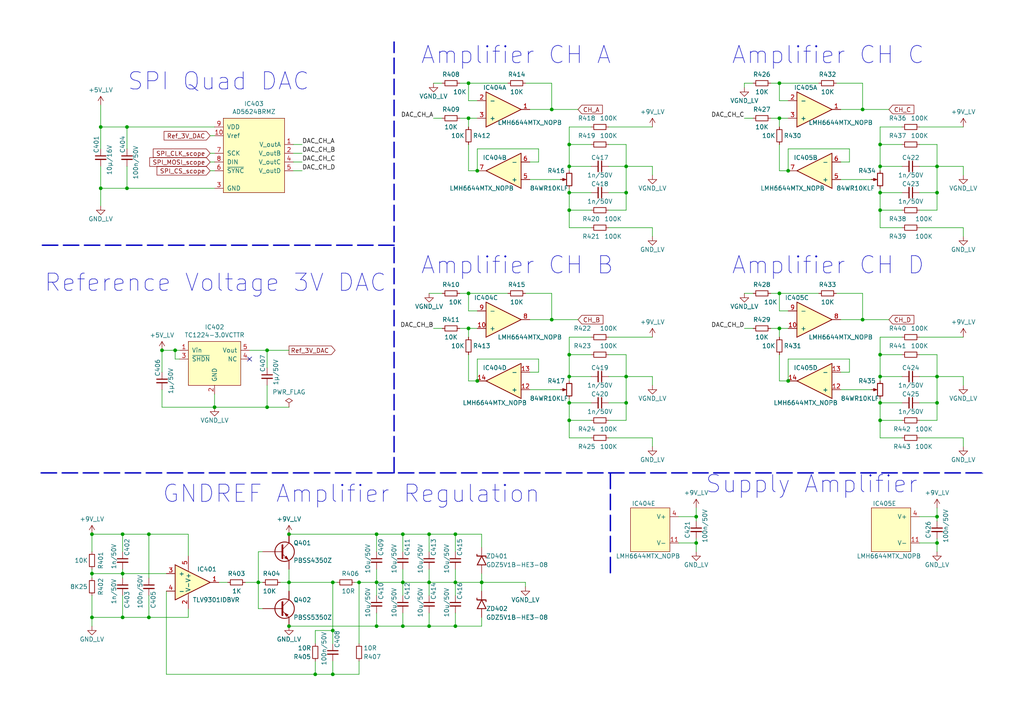
<source format=kicad_sch>
(kicad_sch (version 20211123) (generator eeschema)
  (paper "A4")
  (title_block (title "DAC") (rev "V0.1") (company "PADERBORN UNIVERSITY DEPARTMENT OF POWER ELECTRONICS AND ELECTRICAL DRIVES"))
  (junction (at 165.1 121.92))
  (junction (at 201.93 157.48))
  (junction (at 43.18 179.07))
  (junction (at 29.21 54.61))
  (junction (at 29.21 36.83))
  (junction (at 109.22 154.94))
  (junction (at 255.27 109.22))
  (junction (at 104.14 168.91))
  (junction (at 201.93 149.86))
  (junction (at 77.47 101.6))
  (junction (at 124.46 168.91))
  (junction (at 26.67 179.07))
  (junction (at 181.61 109.22))
  (junction (at 228.6 49.53))
  (junction (at 250.19 92.71))
  (junction (at 35.56 166.37))
  (junction (at 135.89 34.29))
  (junction (at 96.52 195.58))
  (junction (at 255.27 116.84))
  (junction (at 50.8 101.6))
  (junction (at 116.84 168.91))
  (junction (at 36.83 54.61))
  (junction (at 165.1 116.84))
  (junction (at 271.78 55.88))
  (junction (at 271.78 116.84))
  (junction (at 74.93 168.91))
  (junction (at 255.27 102.87))
  (junction (at 46.99 101.6))
  (junction (at 83.82 181.61))
  (junction (at 62.23 118.11))
  (junction (at 109.22 168.91))
  (junction (at 96.52 182.88))
  (junction (at 35.56 154.94))
  (junction (at 165.1 41.91))
  (junction (at 91.44 195.58))
  (junction (at 271.78 109.22))
  (junction (at 132.08 181.61))
  (junction (at 271.78 149.86))
  (junction (at 181.61 55.88))
  (junction (at 181.61 116.84))
  (junction (at 124.46 154.94))
  (junction (at 181.61 48.26))
  (junction (at 83.82 168.91))
  (junction (at 226.06 85.09))
  (junction (at 116.84 154.94))
  (junction (at 165.1 55.88))
  (junction (at 228.6 110.49))
  (junction (at 135.89 95.25))
  (junction (at 135.89 85.09))
  (junction (at 36.83 36.83))
  (junction (at 255.27 121.92))
  (junction (at 26.67 154.94))
  (junction (at 132.08 154.94))
  (junction (at 160.02 92.71))
  (junction (at 160.02 31.75))
  (junction (at 138.43 110.49))
  (junction (at 135.89 24.13))
  (junction (at 255.27 55.88))
  (junction (at 43.18 154.94))
  (junction (at 77.47 118.11))
  (junction (at 96.52 168.91))
  (junction (at 139.7 168.91))
  (junction (at 109.22 181.61))
  (junction (at 226.06 24.13))
  (junction (at 255.27 48.26))
  (junction (at 226.06 34.29))
  (junction (at 271.78 157.48))
  (junction (at 271.78 48.26))
  (junction (at 165.1 102.87))
  (junction (at 138.43 49.53))
  (junction (at 83.82 154.94))
  (junction (at 35.56 179.07))
  (junction (at 26.67 166.37))
  (junction (at 116.84 181.61))
  (junction (at 132.08 168.91))
  (junction (at 255.27 60.96))
  (junction (at 165.1 48.26))
  (junction (at 165.1 60.96))
  (junction (at 255.27 41.91))
  (junction (at 226.06 95.25))
  (junction (at 165.1 109.22))
  (junction (at 124.46 181.61))
  (junction (at 250.19 31.75))
  (no_connect (at 72.39 104.14))
  (wire (pts (xy 109.22 160.02) (xy 109.22 154.94)))
  (wire (pts (xy 271.78 116.84) (xy 271.78 121.92)))
  (wire (pts (xy 62.23 114.3) (xy 62.23 118.11)))
  (wire (pts (xy 35.56 165.1) (xy 35.56 166.37)))
  (wire (pts (xy 266.7 55.88) (xy 271.78 55.88)))
  (wire (pts (xy 255.27 60.96) (xy 255.27 66.04)))
  (wire (pts (xy 261.62 97.79) (xy 255.27 97.79)))
  (wire (pts (xy 181.61 60.96) (xy 176.53 60.96)))
  (wire (pts (xy 26.67 179.07) (xy 35.56 179.07)))
  (wire (pts (xy 181.61 41.91) (xy 181.61 48.26)))
  (wire (pts (xy 250.19 85.09) (xy 250.19 92.71)))
  (wire (pts (xy 132.08 168.91) (xy 139.7 168.91)))
  (wire (pts (xy 181.61 102.87) (xy 181.61 109.22)))
  (wire (pts (xy 246.38 46.99) (xy 246.38 43.18)))
  (wire (pts (xy 116.84 181.61) (xy 124.46 181.61)))
  (wire (pts (xy 201.93 149.86) (xy 201.93 147.32)))
  (wire (pts (xy 181.61 121.92) (xy 176.53 121.92)))
  (wire (pts (xy 271.78 109.22) (xy 279.4 109.22)))
  (wire (pts (xy 135.89 85.09) (xy 135.89 90.17)))
  (wire (pts (xy 52.07 104.14) (xy 50.8 104.14)))
  (wire (pts (xy 62.23 54.61) (xy 36.83 54.61)))
  (wire (pts (xy 266.7 157.48) (xy 271.78 157.48)))
  (polyline (pts (xy 11.938 137.16) (xy 284.988 137.16)) (stroke (width 0.4064)))
  (wire (pts (xy 255.27 36.83) (xy 255.27 41.91)))
  (wire (pts (xy 226.06 85.09) (xy 226.06 90.17)))
  (wire (pts (xy 139.7 168.91) (xy 139.7 171.45)))
  (wire (pts (xy 255.27 121.92) (xy 255.27 127)))
  (wire (pts (xy 242.57 24.13) (xy 250.19 24.13)))
  (wire (pts (xy 152.4 24.13) (xy 160.02 24.13)))
  (wire (pts (xy 165.1 60.96) (xy 165.1 66.04)))
  (wire (pts (xy 243.84 46.99) (xy 246.38 46.99)))
  (wire (pts (xy 189.23 127) (xy 189.23 129.54)))
  (wire (pts (xy 116.84 165.1) (xy 116.84 168.91)))
  (wire (pts (xy 189.23 109.22) (xy 189.23 111.76)))
  (wire (pts (xy 135.89 36.83) (xy 135.89 34.29)))
  (wire (pts (xy 165.1 55.88) (xy 165.1 60.96)))
  (wire (pts (xy 26.67 154.94) (xy 26.67 160.02)))
  (wire (pts (xy 35.56 154.94) (xy 26.67 154.94)))
  (wire (pts (xy 109.22 172.72) (xy 109.22 168.91)))
  (wire (pts (xy 139.7 181.61) (xy 139.7 179.07)))
  (wire (pts (xy 50.8 101.6) (xy 46.99 101.6)))
  (wire (pts (xy 165.1 66.04) (xy 171.45 66.04)))
  (wire (pts (xy 153.67 107.95) (xy 156.21 107.95)))
  (wire (pts (xy 176.53 55.88) (xy 181.61 55.88)))
  (wire (pts (xy 271.78 48.26) (xy 279.4 48.26)))
  (wire (pts (xy 255.27 110.49) (xy 255.27 109.22)))
  (wire (pts (xy 228.6 104.14) (xy 246.38 104.14)))
  (wire (pts (xy 223.52 95.25) (xy 226.06 95.25)))
  (wire (pts (xy 52.07 101.6) (xy 50.8 101.6)))
  (wire (pts (xy 266.7 48.26) (xy 271.78 48.26)))
  (wire (pts (xy 139.7 166.37) (xy 139.7 168.91)))
  (wire (pts (xy 228.6 49.53) (xy 228.6 43.18)))
  (wire (pts (xy 29.21 36.83) (xy 36.83 36.83)))
  (wire (pts (xy 255.27 55.88) (xy 261.62 55.88)))
  (wire (pts (xy 165.1 116.84) (xy 165.1 121.92)))
  (wire (pts (xy 215.9 24.13) (xy 218.44 24.13)))
  (wire (pts (xy 124.46 165.1) (xy 124.46 168.91)))
  (wire (pts (xy 189.23 48.26) (xy 189.23 50.8)))
  (wire (pts (xy 135.89 102.87) (xy 135.89 110.49)))
  (wire (pts (xy 26.67 179.07) (xy 26.67 181.61)))
  (wire (pts (xy 226.06 90.17) (xy 228.6 90.17)))
  (wire (pts (xy 116.84 168.91) (xy 124.46 168.91)))
  (wire (pts (xy 279.4 109.22) (xy 279.4 111.76)))
  (wire (pts (xy 226.06 41.91) (xy 226.06 49.53)))
  (wire (pts (xy 226.06 34.29) (xy 228.6 34.29)))
  (wire (pts (xy 271.78 157.48) (xy 271.78 160.02)))
  (polyline (pts (xy 177.038 137.16) (xy 177.292 137.16)))
  (wire (pts (xy 36.83 48.26) (xy 36.83 54.61)))
  (wire (pts (xy 26.67 166.37) (xy 26.67 167.64)))
  (wire (pts (xy 135.89 97.79) (xy 135.89 95.25)))
  (wire (pts (xy 132.08 165.1) (xy 132.08 168.91)))
  (wire (pts (xy 96.52 182.88) (xy 96.52 168.91)))
  (wire (pts (xy 196.85 149.86) (xy 201.93 149.86)))
  (wire (pts (xy 223.52 85.09) (xy 226.06 85.09)))
  (wire (pts (xy 91.44 186.69) (xy 91.44 182.88)))
  (wire (pts (xy 171.45 97.79) (xy 165.1 97.79)))
  (wire (pts (xy 135.89 29.21) (xy 138.43 29.21)))
  (wire (pts (xy 124.46 172.72) (xy 124.46 168.91)))
  (wire (pts (xy 29.21 48.26) (xy 29.21 54.61)))
  (wire (pts (xy 201.93 149.86) (xy 201.93 151.13)))
  (wire (pts (xy 226.06 24.13) (xy 237.49 24.13)))
  (wire (pts (xy 26.67 165.1) (xy 26.67 166.37)))
  (wire (pts (xy 215.9 24.13) (xy 215.9 25.4)))
  (wire (pts (xy 132.08 160.02) (xy 132.08 154.94)))
  (wire (pts (xy 36.83 43.18) (xy 36.83 36.83)))
  (wire (pts (xy 266.7 102.87) (xy 271.78 102.87)))
  (wire (pts (xy 132.08 154.94) (xy 139.7 154.94)))
  (wire (pts (xy 165.1 127) (xy 171.45 127)))
  (wire (pts (xy 104.14 191.77) (xy 104.14 195.58)))
  (wire (pts (xy 77.47 118.11) (xy 83.82 118.11)))
  (wire (pts (xy 226.06 97.79) (xy 226.06 95.25)))
  (wire (pts (xy 261.62 41.91) (xy 255.27 41.91)))
  (wire (pts (xy 271.78 60.96) (xy 266.7 60.96)))
  (wire (pts (xy 271.78 157.48) (xy 271.78 156.21)))
  (wire (pts (xy 81.28 168.91) (xy 83.82 168.91)))
  (wire (pts (xy 266.7 109.22) (xy 271.78 109.22)))
  (wire (pts (xy 62.23 44.45) (xy 60.96 44.45)))
  (wire (pts (xy 124.46 85.09) (xy 128.27 85.09)))
  (wire (pts (xy 165.1 54.61) (xy 165.1 55.88)))
  (wire (pts (xy 176.53 41.91) (xy 181.61 41.91)))
  (wire (pts (xy 124.46 160.02) (xy 124.46 154.94)))
  (wire (pts (xy 255.27 48.26) (xy 261.62 48.26)))
  (wire (pts (xy 133.35 34.29) (xy 135.89 34.29)))
  (wire (pts (xy 85.09 46.99) (xy 87.63 46.99)))
  (wire (pts (xy 74.93 160.02) (xy 74.93 168.91)))
  (wire (pts (xy 215.9 85.09) (xy 218.44 85.09)))
  (wire (pts (xy 139.7 154.94) (xy 139.7 158.75)))
  (wire (pts (xy 255.27 97.79) (xy 255.27 102.87)))
  (wire (pts (xy 124.46 177.8) (xy 124.46 181.61)))
  (wire (pts (xy 77.47 101.6) (xy 77.47 106.68)))
  (polyline (pts (xy 177.038 166.116) (xy 177.038 137.16)) (stroke (width 0.4064)))
  (wire (pts (xy 165.1 121.92) (xy 165.1 127)))
  (wire (pts (xy 181.61 48.26) (xy 189.23 48.26)))
  (wire (pts (xy 74.93 168.91) (xy 76.2 168.91)))
  (wire (pts (xy 223.52 24.13) (xy 226.06 24.13)))
  (wire (pts (xy 271.78 55.88) (xy 271.78 60.96)))
  (wire (pts (xy 176.53 48.26) (xy 181.61 48.26)))
  (wire (pts (xy 255.27 109.22) (xy 261.62 109.22)))
  (wire (pts (xy 96.52 195.58) (xy 104.14 195.58)))
  (wire (pts (xy 60.96 49.53) (xy 62.23 49.53)))
  (wire (pts (xy 153.67 113.03) (xy 162.56 113.03)))
  (wire (pts (xy 85.09 49.53) (xy 87.63 49.53)))
  (wire (pts (xy 77.47 111.76) (xy 77.47 118.11)))
  (wire (pts (xy 109.22 165.1) (xy 109.22 168.91)))
  (wire (pts (xy 54.61 179.07) (xy 54.61 176.53)))
  (wire (pts (xy 271.78 102.87) (xy 271.78 109.22)))
  (wire (pts (xy 165.1 55.88) (xy 171.45 55.88)))
  (wire (pts (xy 54.61 154.94) (xy 54.61 161.29)))
  (wire (pts (xy 76.2 160.02) (xy 74.93 160.02)))
  (wire (pts (xy 96.52 191.77) (xy 96.52 195.58)))
  (wire (pts (xy 135.89 34.29) (xy 138.43 34.29)))
  (wire (pts (xy 62.23 118.11) (xy 77.47 118.11)))
  (wire (pts (xy 46.99 118.11) (xy 62.23 118.11)))
  (wire (pts (xy 226.06 110.49) (xy 228.6 110.49)))
  (wire (pts (xy 181.61 55.88) (xy 181.61 60.96)))
  (wire (pts (xy 91.44 195.58) (xy 96.52 195.58)))
  (wire (pts (xy 135.89 95.25) (xy 138.43 95.25)))
  (wire (pts (xy 279.4 48.26) (xy 279.4 50.8)))
  (wire (pts (xy 135.89 90.17) (xy 138.43 90.17)))
  (wire (pts (xy 153.67 92.71) (xy 160.02 92.71)))
  (wire (pts (xy 153.67 31.75) (xy 160.02 31.75)))
  (wire (pts (xy 104.14 186.69) (xy 104.14 168.91)))
  (wire (pts (xy 50.8 104.14) (xy 50.8 101.6)))
  (wire (pts (xy 165.1 110.49) (xy 165.1 109.22)))
  (wire (pts (xy 132.08 181.61) (xy 139.7 181.61)))
  (wire (pts (xy 135.89 85.09) (xy 147.32 85.09)))
  (wire (pts (xy 91.44 195.58) (xy 48.26 195.58)))
  (wire (pts (xy 63.5 168.91) (xy 66.04 168.91)))
  (wire (pts (xy 271.78 149.86) (xy 271.78 151.13)))
  (wire (pts (xy 128.27 34.29) (xy 125.73 34.29)))
  (wire (pts (xy 156.21 107.95) (xy 156.21 104.14)))
  (wire (pts (xy 196.85 157.48) (xy 201.93 157.48)))
  (wire (pts (xy 266.7 116.84) (xy 271.78 116.84)))
  (wire (pts (xy 97.79 168.91) (xy 96.52 168.91)))
  (wire (pts (xy 104.14 168.91) (xy 102.87 168.91)))
  (wire (pts (xy 171.45 41.91) (xy 165.1 41.91)))
  (wire (pts (xy 135.89 49.53) (xy 138.43 49.53)))
  (wire (pts (xy 83.82 168.91) (xy 83.82 165.1)))
  (wire (pts (xy 124.46 154.94) (xy 132.08 154.94)))
  (wire (pts (xy 29.21 36.83) (xy 29.21 43.18)))
  (wire (pts (xy 271.78 121.92) (xy 266.7 121.92)))
  (wire (pts (xy 266.7 97.79) (xy 279.4 97.79)))
  (wire (pts (xy 271.78 41.91) (xy 271.78 48.26)))
  (wire (pts (xy 128.27 95.25) (xy 125.73 95.25)))
  (wire (pts (xy 109.22 177.8) (xy 109.22 181.61)))
  (wire (pts (xy 226.06 102.87) (xy 226.06 110.49)))
  (wire (pts (xy 266.7 41.91) (xy 271.78 41.91)))
  (wire (pts (xy 135.89 41.91) (xy 135.89 49.53)))
  (wire (pts (xy 116.84 177.8) (xy 116.84 181.61)))
  (wire (pts (xy 36.83 54.61) (xy 29.21 54.61)))
  (wire (pts (xy 255.27 115.57) (xy 255.27 116.84)))
  (wire (pts (xy 153.67 52.07) (xy 162.56 52.07)))
  (wire (pts (xy 218.44 34.29) (xy 215.9 34.29)))
  (wire (pts (xy 72.39 101.6) (xy 77.47 101.6)))
  (wire (pts (xy 133.35 85.09) (xy 135.89 85.09)))
  (wire (pts (xy 83.82 168.91) (xy 83.82 171.45)))
  (wire (pts (xy 261.62 121.92) (xy 255.27 121.92)))
  (wire (pts (xy 181.61 109.22) (xy 189.23 109.22)))
  (wire (pts (xy 176.53 36.83) (xy 189.23 36.83)))
  (wire (pts (xy 165.1 41.91) (xy 165.1 48.26)))
  (wire (pts (xy 250.19 24.13) (xy 250.19 31.75)))
  (wire (pts (xy 71.12 168.91) (xy 74.93 168.91)))
  (wire (pts (xy 152.4 85.09) (xy 160.02 85.09)))
  (wire (pts (xy 255.27 116.84) (xy 255.27 121.92)))
  (wire (pts (xy 201.93 157.48) (xy 201.93 156.21)))
  (wire (pts (xy 124.46 181.61) (xy 132.08 181.61)))
  (wire (pts (xy 116.84 160.02) (xy 116.84 154.94)))
  (wire (pts (xy 243.84 92.71) (xy 250.19 92.71)))
  (wire (pts (xy 228.6 43.18) (xy 246.38 43.18)))
  (wire (pts (xy 255.27 55.88) (xy 255.27 60.96)))
  (wire (pts (xy 152.4 168.91) (xy 152.4 170.18)))
  (wire (pts (xy 135.89 24.13) (xy 135.89 29.21)))
  (wire (pts (xy 243.84 113.03) (xy 252.73 113.03)))
  (wire (pts (xy 255.27 41.91) (xy 255.27 48.26)))
  (wire (pts (xy 85.09 44.45) (xy 87.63 44.45)))
  (wire (pts (xy 104.14 168.91) (xy 109.22 168.91)))
  (wire (pts (xy 43.18 172.72) (xy 43.18 179.07)))
  (wire (pts (xy 271.78 109.22) (xy 271.78 116.84)))
  (wire (pts (xy 43.18 154.94) (xy 43.18 167.64)))
  (wire (pts (xy 43.18 154.94) (xy 35.56 154.94)))
  (wire (pts (xy 36.83 36.83) (xy 62.23 36.83)))
  (wire (pts (xy 135.89 24.13) (xy 147.32 24.13)))
  (wire (pts (xy 279.4 66.04) (xy 279.4 68.58)))
  (wire (pts (xy 133.35 24.13) (xy 135.89 24.13)))
  (wire (pts (xy 255.27 66.04) (xy 261.62 66.04)))
  (wire (pts (xy 261.62 102.87) (xy 255.27 102.87)))
  (wire (pts (xy 165.1 49.53) (xy 165.1 48.26)))
  (wire (pts (xy 266.7 36.83) (xy 279.4 36.83)))
  (wire (pts (xy 255.27 49.53) (xy 255.27 48.26)))
  (wire (pts (xy 181.61 116.84) (xy 181.61 121.92)))
  (wire (pts (xy 250.19 31.75) (xy 257.81 31.75)))
  (wire (pts (xy 77.47 101.6) (xy 83.82 101.6)))
  (wire (pts (xy 271.78 48.26) (xy 271.78 55.88)))
  (wire (pts (xy 226.06 24.13) (xy 226.06 29.21)))
  (wire (pts (xy 83.82 168.91) (xy 96.52 168.91)))
  (wire (pts (xy 43.18 179.07) (xy 54.61 179.07)))
  (wire (pts (xy 156.21 46.99) (xy 156.21 43.18)))
  (wire (pts (xy 261.62 36.83) (xy 255.27 36.83)))
  (wire (pts (xy 171.45 121.92) (xy 165.1 121.92)))
  (wire (pts (xy 226.06 29.21) (xy 228.6 29.21)))
  (wire (pts (xy 165.1 36.83) (xy 165.1 41.91)))
  (wire (pts (xy 26.67 166.37) (xy 35.56 166.37)))
  (wire (pts (xy 96.52 186.69) (xy 96.52 182.88)))
  (polyline (pts (xy 114.3 137.16) (xy 114.3 12.192)) (stroke (width 0.4064)))
  (wire (pts (xy 181.61 109.22) (xy 181.61 116.84)))
  (wire (pts (xy 228.6 110.49) (xy 228.6 104.14)))
  (wire (pts (xy 160.02 85.09) (xy 160.02 92.71)))
  (wire (pts (xy 255.27 54.61) (xy 255.27 55.88)))
  (wire (pts (xy 243.84 52.07) (xy 252.73 52.07)))
  (wire (pts (xy 181.61 48.26) (xy 181.61 55.88)))
  (wire (pts (xy 266.7 149.86) (xy 271.78 149.86)))
  (wire (pts (xy 171.45 60.96) (xy 165.1 60.96)))
  (wire (pts (xy 201.93 157.48) (xy 201.93 160.02)))
  (wire (pts (xy 35.56 179.07) (xy 43.18 179.07)))
  (wire (pts (xy 116.84 172.72) (xy 116.84 168.91)))
  (wire (pts (xy 35.56 167.64) (xy 35.56 166.37)))
  (wire (pts (xy 138.43 104.14) (xy 156.21 104.14)))
  (wire (pts (xy 132.08 168.91) (xy 132.08 172.72)))
  (wire (pts (xy 165.1 109.22) (xy 171.45 109.22)))
  (wire (pts (xy 35.56 166.37) (xy 48.26 166.37)))
  (wire (pts (xy 138.43 43.18) (xy 156.21 43.18)))
  (wire (pts (xy 54.61 154.94) (xy 43.18 154.94)))
  (wire (pts (xy 109.22 168.91) (xy 116.84 168.91)))
  (wire (pts (xy 176.53 116.84) (xy 181.61 116.84)))
  (wire (pts (xy 242.57 85.09) (xy 250.19 85.09)))
  (wire (pts (xy 35.56 172.72) (xy 35.56 179.07)))
  (wire (pts (xy 266.7 66.04) (xy 279.4 66.04)))
  (wire (pts (xy 255.27 116.84) (xy 261.62 116.84)))
  (wire (pts (xy 133.35 95.25) (xy 135.89 95.25)))
  (wire (pts (xy 83.82 154.94) (xy 109.22 154.94)))
  (wire (pts (xy 176.53 127) (xy 189.23 127)))
  (wire (pts (xy 176.53 97.79) (xy 189.23 97.79)))
  (wire (pts (xy 171.45 36.83) (xy 165.1 36.83)))
  (wire (pts (xy 29.21 54.61) (xy 29.21 59.69)))
  (wire (pts (xy 246.38 107.95) (xy 246.38 104.14)))
  (wire (pts (xy 160.02 92.71) (xy 167.64 92.71)))
  (wire (pts (xy 46.99 113.03) (xy 46.99 118.11)))
  (wire (pts (xy 138.43 49.53) (xy 138.43 43.18)))
  (wire (pts (xy 26.67 172.72) (xy 26.67 179.07)))
  (wire (pts (xy 125.73 24.13) (xy 128.27 24.13)))
  (polyline (pts (xy 114.3 71.12) (xy 12.192 71.12)) (stroke (width 0.4064)))
  (wire (pts (xy 279.4 127) (xy 279.4 129.54)))
  (wire (pts (xy 250.19 92.71) (xy 257.81 92.71)))
  (wire (pts (xy 160.02 24.13) (xy 160.02 31.75)))
  (wire (pts (xy 243.84 31.75) (xy 250.19 31.75)))
  (wire (pts (xy 138.43 110.49) (xy 138.43 104.14)))
  (wire (pts (xy 176.53 102.87) (xy 181.61 102.87)))
  (wire (pts (xy 226.06 85.09) (xy 237.49 85.09)))
  (wire (pts (xy 135.89 110.49) (xy 138.43 110.49)))
  (wire (pts (xy 171.45 102.87) (xy 165.1 102.87)))
  (wire (pts (xy 46.99 107.95) (xy 46.99 101.6)))
  (wire (pts (xy 35.56 154.94) (xy 35.56 160.02)))
  (wire (pts (xy 116.84 154.94) (xy 124.46 154.94)))
  (wire (pts (xy 176.53 109.22) (xy 181.61 109.22)))
  (wire (pts (xy 60.96 46.99) (xy 62.23 46.99)))
  (wire (pts (xy 109.22 181.61) (xy 116.84 181.61)))
  (wire (pts (xy 223.52 34.29) (xy 226.06 34.29)))
  (wire (pts (xy 124.46 168.91) (xy 132.08 168.91)))
  (wire (pts (xy 74.93 176.53) (xy 76.2 176.53)))
  (wire (pts (xy 165.1 115.57) (xy 165.1 116.84)))
  (wire (pts (xy 60.96 39.37) (xy 62.23 39.37)))
  (wire (pts (xy 160.02 31.75) (xy 167.64 31.75)))
  (wire (pts (xy 91.44 191.77) (xy 91.44 195.58)))
  (wire (pts (xy 266.7 127) (xy 279.4 127)))
  (wire (pts (xy 48.26 195.58) (xy 48.26 171.45)))
  (polyline (pts (xy 284.988 137.16) (xy 284.988 137.414)))
  (wire (pts (xy 226.06 95.25) (xy 228.6 95.25)))
  (wire (pts (xy 189.23 66.04) (xy 189.23 68.58)))
  (wire (pts (xy 109.22 154.94) (xy 116.84 154.94)))
  (wire (pts (xy 83.82 181.61) (xy 109.22 181.61)))
  (wire (pts (xy 153.67 46.99) (xy 156.21 46.99)))
  (wire (pts (xy 165.1 48.26) (xy 171.45 48.26)))
  (wire (pts (xy 218.44 95.25) (xy 215.9 95.25)))
  (wire (pts (xy 132.08 181.61) (xy 132.08 177.8)))
  (wire (pts (xy 243.84 107.95) (xy 246.38 107.95)))
  (wire (pts (xy 29.21 30.48) (xy 29.21 36.83)))
  (wire (pts (xy 91.44 182.88) (xy 96.52 182.88)))
  (wire (pts (xy 85.09 41.91) (xy 87.63 41.91)))
  (wire (pts (xy 271.78 149.86) (xy 271.78 147.32)))
  (wire (pts (xy 226.06 36.83) (xy 226.06 34.29)))
  (wire (pts (xy 139.7 168.91) (xy 152.4 168.91)))
  (wire (pts (xy 176.53 66.04) (xy 189.23 66.04)))
  (wire (pts (xy 261.62 60.96) (xy 255.27 60.96)))
  (wire (pts (xy 165.1 102.87) (xy 165.1 109.22)))
  (wire (pts (xy 165.1 116.84) (xy 171.45 116.84)))
  (wire (pts (xy 255.27 102.87) (xy 255.27 109.22)))
  (wire (pts (xy 255.27 127) (xy 261.62 127)))
  (wire (pts (xy 165.1 97.79) (xy 165.1 102.87)))
  (wire (pts (xy 226.06 49.53) (xy 228.6 49.53)))
  (wire (pts (xy 74.93 168.91) (xy 74.93 176.53)))
  (text "Amplifier CH A\n" (at 121.92 19.05 0) (effects (font (size 5.0038 5.0038)) (justify left bottom)))
  (text "Supply Amplifier" (at 204.47 143.51 0) (effects (font (size 5.0038 5.0038)) (justify left bottom)))
  (text "GNDREF Amplifier Regulation" (at 46.99 146.304 0) (effects (font (size 5.0038 5.0038)) (justify left bottom)))
  (text "Reference Voltage 3V DAC\n" (at 12.7 85.09 0) (effects (font (size 5.0038 5.0038)) (justify left bottom)))
  (text "Amplifier CH B\n" (at 121.92 80.01 0) (effects (font (size 5.0038 5.0038)) (justify left bottom)))
  (text "Amplifier CH D" (at 212.09 80.01 0) (effects (font (size 5.0038 5.0038)) (justify left bottom)))
  (text "SPI Quad DAC\n" (at 36.83 26.67 0) (effects (font (size 5.0038 5.0038)) (justify left bottom)))
  (text "Amplifier CH C" (at 212.09 19.05 0) (effects (font (size 5.0038 5.0038)) (justify left bottom)))
  (label "DAC_CH_D" (at 87.63 49.53 0))
  (label "DAC_CH_C" (at 215.9 34.29 180))
  (label "DAC_CH_C" (at 87.63 46.99 0))
  (label "DAC_CH_A" (at 87.63 41.91 0))
  (label "DAC_CH_B" (at 125.73 95.25 180))
  (label "DAC_CH_A" (at 125.73 34.29 180))
  (label "DAC_CH_B" (at 87.63 44.45 0))
  (label "DAC_CH_D" (at 215.9 95.25 180))
  (global_label "CH_C" (shape input) (at 257.81 31.75 0) (property "Intersheet References" "${INTERSHEET_REFS}" (effects hide)))
  (global_label "Ref_3V_DAC" (shape input) (at 60.96 39.37 180) (property "Intersheet References" "${INTERSHEET_REFS}" (effects hide)))
  (global_label "Ref_3V_DAC" (shape output) (at 83.82 101.6 0) (property "Intersheet References" "${INTERSHEET_REFS}" (effects hide)))
  (global_label "CH_A" (shape input) (at 167.64 31.75 0) (property "Intersheet References" "${INTERSHEET_REFS}" (effects hide)))
  (global_label "CH_D" (shape input) (at 257.81 92.71 0) (property "Intersheet References" "${INTERSHEET_REFS}" (effects hide)))
  (global_label "SPI_CLK_scope" (shape input) (at 60.96 44.45 180) (property "Intersheet References" "${INTERSHEET_REFS}" (effects hide)))
  (global_label "CH_B" (shape input) (at 167.64 92.71 0) (property "Intersheet References" "${INTERSHEET_REFS}" (effects hide)))
  (global_label "SPI_MOSI_scope" (shape input) (at 60.96 46.99 180) (property "Intersheet References" "${INTERSHEET_REFS}" (effects hide)))
  (global_label "SPI_CS_scope" (shape input) (at 60.96 49.53 180) (property "Intersheet References" "${INTERSHEET_REFS}" (effects hide)))
  (symbol (lib_id "Device:C_Small") (at 77.47 109.22 0) (unit 1)
    (property "Reference" "C407" (at 76.2 107.95 90) (effects (justify left)))
    (property "Value" "1µ/50V" (at 80.01 111.76 90) (effects (justify left)))
    (property "Footprint" "LEA_FootprintLibrary:C_0402" (effects hide))
  )
  (symbol (lib_id "Device:C_Small") (at 36.83 45.72 0) (unit 1)
    (property "Reference" "C404" (at 35.56 44.45 90) (effects (justify left)))
    (property "Value" "100n/50V" (at 39.37 52.07 90) (effects (justify left)))
    (property "Footprint" "LEA_FootprintLibrary:C_0402" (effects hide))
  )
  (symbol (lib_id "Device:C_Small") (at 29.21 45.72 0) (unit 1)
    (property "Reference" "C401" (at 27.94 44.45 90) (effects (justify left)))
    (property "Value" "10µ/16V" (at 31.75 50.8 90) (effects (justify left)))
    (property "Footprint" "LEA_FootprintLibrary:C_0402" (effects hide))
  )
  (symbol (lib_id "Device:C_Small") (at 46.99 110.49 0) (unit 1)
    (property "Reference" "C406" (at 45.72 109.22 90) (effects (justify left)))
    (property "Value" "1µ/50V" (at 49.53 114.3 90) (effects (justify left)))
    (property "Footprint" "LEA_FootprintLibrary:C_0402" (effects hide))
  )
  (symbol (lib_id "Device:R_Small") (at 26.67 162.56 0) (unit 1)
    (property "Reference" "R401" (at 29.21 165.1 90) (effects (justify left)))
    (property "Value" "10K" (at 21.59 162.56 0) (effects (justify left)))
    (property "Footprint" "LEA_FootprintLibrary:R_0402" (effects hide))
  )
  (symbol (lib_id "Device:R_Small") (at 26.67 170.18 0) (unit 1)
    (property "Reference" "R402" (at 29.21 172.72 90) (effects (justify left)))
    (property "Value" "8K25" (at 20.32 170.18 0) (effects (justify left)))
    (property "Footprint" "LEA_FootprintLibrary:R_0402" (effects hide))
  )
  (symbol (lib_id "Device:C_Small") (at 35.56 162.56 0) (unit 1)
    (property "Reference" "C402" (at 36.83 161.29 90) (effects (justify left)))
    (property "Value" "1n/50V" (at 33.02 165.1 90) (effects (justify left)))
    (property "Footprint" "LEA_FootprintLibrary:C_0402" (effects hide))
  )
  (symbol (lib_id "Device:C_Small") (at 35.56 170.18 0) (unit 1)
    (property "Reference" "C403" (at 36.83 176.53 90) (effects (justify left)))
    (property "Value" "1n/50V" (at 33.02 175.26 90) (effects (justify left)))
    (property "Footprint" "LEA_FootprintLibrary:C_0402" (effects hide))
  )
  (symbol (lib_id "Device:R_Small") (at 68.58 168.91 270) (unit 1)
    (property "Reference" "R403" (at 66.04 166.37 90) (effects (justify left)))
    (property "Value" "1K" (at 67.31 171.45 90) (effects (justify left)))
    (property "Footprint" "LEA_FootprintLibrary:R_0402" (effects hide))
  )
  (symbol (lib_id "Device:C_Small") (at 43.18 170.18 0) (unit 1)
    (property "Reference" "C405" (at 44.45 176.53 90) (effects (justify left)))
    (property "Value" "100n/50V" (at 40.64 176.53 90) (effects (justify left)))
    (property "Footprint" "LEA_FootprintLibrary:C_0402" (effects hide))
  )
  (symbol (lib_id "Device:R_Small") (at 78.74 168.91 270) (unit 1)
    (property "Reference" "R404" (at 76.2 166.37 90) (effects (justify left)))
    (property "Value" "10K" (at 76.2 171.45 90) (effects (justify left)))
    (property "Footprint" "LEA_FootprintLibrary:R_0402" (effects hide))
  )
  (symbol (lib_id "Device:R_Small") (at 100.33 168.91 270) (unit 1)
    (property "Reference" "R406" (at 99.06 166.37 90) (effects (justify left)))
    (property "Value" "10R" (at 99.06 171.45 90) (effects (justify left)))
    (property "Footprint" "LEA_FootprintLibrary:R_0402" (effects hide))
  )
  (symbol (lib_id "Device:R_Small") (at 91.44 189.23 0) (unit 1)
    (property "Reference" "R405" (at 85.09 190.5 0) (effects (justify left)))
    (property "Value" "10R" (at 86.36 187.96 0) (effects (justify left)))
    (property "Footprint" "LEA_FootprintLibrary:R_0402" (effects hide))
  )
  (symbol (lib_id "Device:R_Small") (at 104.14 189.23 0) (unit 1)
    (property "Reference" "R407" (at 105.41 190.5 0) (effects (justify left)))
    (property "Value" "10R" (at 105.41 187.96 0) (effects (justify left)))
    (property "Footprint" "LEA_FootprintLibrary:R_0402" (effects hide))
  )
  (symbol (lib_id "Device:C_Small") (at 96.52 189.23 0) (unit 1)
    (property "Reference" "C408" (at 97.79 187.96 90) (effects (justify left)))
    (property "Value" "100n/50V" (at 93.98 193.04 90) (effects (justify left)))
    (property "Footprint" "LEA_FootprintLibrary:C_0402" (effects hide))
  )
  (symbol (lib_id "Device:C_Small") (at 109.22 175.26 0) (unit 1)
    (property "Reference" "C410" (at 110.49 173.99 90) (effects (justify left)))
    (property "Value" "10u/50V" (at 106.68 179.07 90) (effects (justify left)))
    (property "Footprint" "LEA_FootprintLibrary:C_0402" (effects hide))
  )
  (symbol (lib_id "Device:C_Small") (at 116.84 175.26 0) (unit 1)
    (property "Reference" "C412" (at 118.11 173.99 90) (effects (justify left)))
    (property "Value" "10u/50V" (at 114.3 179.07 90) (effects (justify left)))
    (property "Footprint" "LEA_FootprintLibrary:C_0402" (effects hide))
  )
  (symbol (lib_id "Device:C_Small") (at 124.46 175.26 0) (unit 1)
    (property "Reference" "C414" (at 125.73 173.99 90) (effects (justify left)))
    (property "Value" "10u/50V" (at 121.92 179.07 90) (effects (justify left)))
    (property "Footprint" "LEA_FootprintLibrary:C_0402" (effects hide))
  )
  (symbol (lib_id "Device:C_Small") (at 132.08 175.26 0) (unit 1)
    (property "Reference" "C416" (at 133.35 173.99 90) (effects (justify left)))
    (property "Value" "10u/50V" (at 129.54 179.07 90) (effects (justify left)))
    (property "Footprint" "LEA_FootprintLibrary:C_0402" (effects hide))
  )
  (symbol (lib_id "Device:C_Small") (at 109.22 162.56 0) (unit 1)
    (property "Reference" "C409" (at 110.49 161.29 90) (effects (justify left)))
    (property "Value" "10u/50V" (at 106.68 166.37 90) (effects (justify left)))
    (property "Footprint" "LEA_FootprintLibrary:C_0402" (effects hide))
  )
  (symbol (lib_id "Device:C_Small") (at 116.84 162.56 0) (unit 1)
    (property "Reference" "C411" (at 118.11 161.29 90) (effects (justify left)))
    (property "Value" "10u/50V" (at 114.3 166.37 90) (effects (justify left)))
    (property "Footprint" "LEA_FootprintLibrary:C_0402" (effects hide))
  )
  (symbol (lib_id "Device:C_Small") (at 124.46 162.56 0) (unit 1)
    (property "Reference" "C413" (at 125.73 161.29 90) (effects (justify left)))
    (property "Value" "10u/50V" (at 121.92 166.37 90) (effects (justify left)))
    (property "Footprint" "LEA_FootprintLibrary:C_0402" (effects hide))
  )
  (symbol (lib_id "Device:C_Small") (at 132.08 162.56 0) (unit 1)
    (property "Reference" "C415" (at 133.35 161.29 90) (effects (justify left)))
    (property "Value" "10u/50V" (at 129.54 166.37 90) (effects (justify left)))
    (property "Footprint" "LEA_FootprintLibrary:C_0402" (effects hide))
  )
  (symbol (lib_id "LEA_SymbolLibrary:84WR10KLF") (at 165.1 52.07 0) (unit 1)
    (property "Reference" "R416" (at 158.75 49.53 0) (effects (justify left)))
    (property "Value" "84WR10KLF" (at 153.67 54.61 0) (effects (justify left)))
    (property "Footprint" "LEA_FootprintLibrary:Trimmer_TTE_84W" (effects hide))
  )
  (symbol (lib_id "LEA_SymbolLibrary:AD5624BRMZ") (at 73.66 46.99 0) (unit 1)
    (property "Reference" "IC403" (at 73.66 30.099 0))
    (property "Value" "AD5624BRMZ" (at 73.66 32.4104 0))
    (property "Footprint" "LEA_FootprintLibrary:MSOP-10_AnalogDevices_RM10" (effects hide))
    (property "Datasheet" "https://www.analog.com/media/en/technical-documentation/data-sheets/ad5624_5664.pdf" (effects hide))
    (property "Manufacturer" "Analog Devices" (effects hide))
    (property "Mouser No" "584-AD5624BRMZ" (effects hide))
  )
  (symbol (lib_id "LEA_SymbolLibrary:TC1224-3.0VCTTR") (at 62.23 102.87 0) (unit 1)
    (property "Reference" "IC402" (at 62.23 94.869 0))
    (property "Value" "TC1224-3.0VCTTR" (at 62.23 97.1804 0))
    (property "Footprint" "LEA_FootprintLibrary:SOT-23-5_Microchip" (effects hide))
    (property "Datasheet" "https://ww1.microchip.com/downloads/en/DeviceDoc/21368C.pdf" (effects hide))
    (property "Manufacturer" "Microchip" (effects hide))
    (property "Mouser No" "579-TC1224-3.0VCTTR" (effects hide))
  )
  (symbol (lib_id "LEA_SymbolLibrary:TLV9301IDBVR") (at 53.34 168.91 0) (unit 1)
    (property "Reference" "IC401" (at 57.15 165.1 0) (effects (justify left)))
    (property "Value" "TLV9301IDBVR" (at 55.88 173.99 0) (effects (justify left)))
    (property "Footprint" "LEA_FootprintLibrary:SOT-23-5_TI" (effects hide))
    (property "Datasheet" "https://www.ti.com/lit/ds/symlink/tlv9301.pdf?ts=1637250527746" (effects hide))
    (property "Manufacturer" "Texas Instruments" (effects hide))
    (property "Mouser No" "595-TLV9301IDBVR" (effects hide))
  )
  (symbol (lib_id "LEA_SymbolLibrary:PBSS4350Z") (at 83.82 160.02 0) (unit 1)
    (property "Reference" "Q401" (at 85.09 157.48 0) (effects (justify left)))
    (property "Value" "PBSS4350Z" (at 85.09 162.56 0) (effects (justify left)))
    (property "Footprint" "LEA_FootprintLibrary:SOT223_SC73_Nexperia" (effects hide))
    (property "Datasheet" "https://assets.nexperia.com/documents/data-sheet/PBSS4350Z.pdf" (effects hide))
    (property "Manufacturer" "Nexperia" (effects hide))
    (property "Mouser No" "771-PBSS4350Z-/T3" (effects hide))
  )
  (symbol (lib_id "LEA_SymbolLibrary:PBSS5350Z") (at 83.82 176.53 0) (unit 1)
    (property "Reference" "Q402" (at 85.09 173.99 0) (effects (justify left)))
    (property "Value" "PBSS5350Z" (at 85.09 179.07 0) (effects (justify left)))
    (property "Footprint" "LEA_FootprintLibrary:SOT223_SC73_Nexperia" (effects hide))
    (property "Datasheet" "https://assets.nexperia.com/documents/data-sheet/PBSS5350Z.pdf" (effects hide))
    (property "Manufacturer" "Nexperia" (effects hide))
    (property "Mouser No" "771-PBSS5350Z/T3" (effects hide))
  )
  (symbol (lib_id "LEA_SymbolLibrary:GDZ5V1B-HE3-08") (at 139.7 162.56 270) (unit 1)
    (property "Reference" "ZD401" (at 140.97 161.29 90) (effects (justify left)))
    (property "Value" "GDZ5V1B-HE3-08" (at 140.97 163.83 90) (effects (justify left)))
    (property "Footprint" "LEA_FootprintLibrary:SOD-323_Vishay" (effects hide))
    (property "Datasheet" "https://www.vishay.com/docs/85766/gdz.pdf" (effects hide))
    (property "Manufacturer" "Vishay" (effects hide))
    (property "Mouser No" "78-GDZ5V1B-HE3-08" (effects hide))
  )
  (symbol (lib_id "LEA_SymbolLibrary:GDZ5V1B-HE3-08") (at 139.7 175.26 270) (unit 1)
    (property "Reference" "ZD402" (at 140.97 176.53 90) (effects (justify left)))
    (property "Value" "GDZ5V1B-HE3-08" (at 140.97 179.07 90) (effects (justify left)))
    (property "Footprint" "LEA_FootprintLibrary:SOD-323_Vishay" (effects hide))
    (property "Datasheet" "https://www.vishay.com/docs/85766/gdz.pdf" (effects hide))
    (property "Manufacturer" "Vishay" (effects hide))
    (property "Mouser No" "78-GDZ5V1B-HE3-08" (effects hide))
  )
  (symbol (lib_id "LEA_SymbolLibrary:LMH6644MTX_NOPB") (at 194.31 153.67 0) (mirror y) (unit 5)
    (property "Reference" "IC404" (at 186.69 146.05 0))
    (property "Value" "LMH6644MTX_NOPB" (at 187.96 161.29 0))
    (property "Footprint" "LEA_FootprintLibrary:TSSOP-14_TI" (effects hide))
    (property "Datasheet" "https://www.ti.com/lit/ds/symlink/lmh6644.pdf?ts=1637788378395&ref_url=https%253A%252F%252Fwww.ti.com%252Fstore%252Fti%252Fen%252Fp%252Fproduct%252F%253Fp%253DLMH6644MTX%252FNOPB" (effects hide))
    (property "Manufacturer" "Texas Instruments" (effects hide))
    (property "Mouser No" "926-LMH6644MTX/NOPB" (effects hide))
  )
  (symbol (lib_id "LEA_SymbolLibrary:LMH6644MTX_NOPB") (at 264.16 153.67 0) (mirror y) (unit 5)
    (property "Reference" "IC405" (at 256.54 146.05 0))
    (property "Value" "LMH6644MTX_NOPB" (at 257.81 161.29 0))
    (property "Footprint" "LEA_FootprintLibrary:TSSOP-14_TI" (effects hide))
    (property "Datasheet" "https://www.ti.com/lit/ds/symlink/lmh6644.pdf?ts=1637788378395&ref_url=https%253A%252F%252Fwww.ti.com%252Fstore%252Fti%252Fen%252Fp%252Fproduct%252F%253Fp%253DLMH6644MTX%252FNOPB" (effects hide))
    (property "Manufacturer" "Texas Instruments" (effects hide))
    (property "Mouser No" "926-LMH6644MTX/NOPB" (effects hide))
  )
  (symbol (lib_id "LEA_SymbolLibrary:LMH6644MTX_NOPB") (at 144.78 31.75 0) (mirror x) (unit 1)
    (property "Reference" "IC404" (at 143.51 25.4 0))
    (property "Value" "LMH6644MTX_NOPB" (at 153.67 35.56 0))
    (property "Footprint" "LEA_FootprintLibrary:TSSOP-14_TI" (effects hide))
    (property "Datasheet" "https://www.ti.com/lit/ds/symlink/lmh6644.pdf?ts=1637788378395&ref_url=https%253A%252F%252Fwww.ti.com%252Fstore%252Fti%252Fen%252Fp%252Fproduct%252F%253Fp%253DLMH6644MTX%252FNOPB" (effects hide))
    (property "Manufacturer" "Texas Instruments" (effects hide))
    (property "Mouser No" "926-LMH6644MTX/NOPB" (effects hide))
  )
  (symbol (lib_id "LEA_SymbolLibrary:LMH6644MTX_NOPB") (at 234.95 31.75 0) (mirror x) (unit 1)
    (property "Reference" "IC405" (at 233.68 25.4 0))
    (property "Value" "LMH6644MTX_NOPB" (at 243.84 35.56 0))
    (property "Footprint" "LEA_FootprintLibrary:TSSOP-14_TI" (effects hide))
    (property "Datasheet" "https://www.ti.com/lit/ds/symlink/lmh6644.pdf?ts=1637788378395&ref_url=https%253A%252F%252Fwww.ti.com%252Fstore%252Fti%252Fen%252Fp%252Fproduct%252F%253Fp%253DLMH6644MTX%252FNOPB" (effects hide))
    (property "Manufacturer" "Texas Instruments" (effects hide))
    (property "Mouser No" "926-LMH6644MTX/NOPB" (effects hide))
  )
  (symbol (lib_id "LEA_SymbolLibrary:LMH6644MTX_NOPB") (at 148.59 49.53 180) (unit 2)
    (property "Reference" "IC404" (at 143.51 45.72 0))
    (property "Value" "LMH6644MTX_NOPB" (at 139.7 54.61 0))
    (property "Footprint" "LEA_FootprintLibrary:TSSOP-14_TI" (effects hide))
    (property "Datasheet" "https://www.ti.com/lit/ds/symlink/lmh6644.pdf?ts=1637788378395&ref_url=https%253A%252F%252Fwww.ti.com%252Fstore%252Fti%252Fen%252Fp%252Fproduct%252F%253Fp%253DLMH6644MTX%252FNOPB" (effects hide))
    (property "Manufacturer" "Texas Instruments" (effects hide))
    (property "Mouser No" "926-LMH6644MTX/NOPB" (effects hide))
  )
  (symbol (lib_id "LEA_SymbolLibrary:LMH6644MTX_NOPB") (at 238.76 49.53 180) (unit 2)
    (property "Reference" "IC405" (at 233.68 45.72 0))
    (property "Value" "LMH6644MTX_NOPB" (at 229.87 54.61 0))
    (property "Footprint" "LEA_FootprintLibrary:TSSOP-14_TI" (effects hide))
    (property "Datasheet" "https://www.ti.com/lit/ds/symlink/lmh6644.pdf?ts=1637788378395&ref_url=https%253A%252F%252Fwww.ti.com%252Fstore%252Fti%252Fen%252Fp%252Fproduct%252F%253Fp%253DLMH6644MTX%252FNOPB" (effects hide))
    (property "Manufacturer" "Texas Instruments" (effects hide))
    (property "Mouser No" "926-LMH6644MTX/NOPB" (effects hide))
  )
  (symbol (lib_id "LEA_SymbolLibrary:84WR10KLF") (at 165.1 113.03 0) (unit 1)
    (property "Reference" "R417" (at 158.75 110.49 0) (effects (justify left)))
    (property "Value" "84WR10KLF" (at 153.67 115.57 0) (effects (justify left)))
    (property "Footprint" "LEA_FootprintLibrary:Trimmer_TTE_84W" (effects hide))
  )
  (symbol (lib_id "LEA_SymbolLibrary:84WR10KLF") (at 255.27 113.03 0) (unit 1)
    (property "Reference" "R435" (at 248.92 110.49 0) (effects (justify left)))
    (property "Value" "84WR10KLF" (at 243.84 115.57 0) (effects (justify left)))
    (property "Footprint" "LEA_FootprintLibrary:Trimmer_TTE_84W" (effects hide))
  )
  (symbol (lib_id "LEA_SymbolLibrary:84WR10KLF") (at 255.27 52.07 0) (unit 1)
    (property "Reference" "R434" (at 248.92 49.53 0) (effects (justify left)))
    (property "Value" "84WR10KLF" (at 242.57 54.61 0) (effects (justify left)))
    (property "Footprint" "LEA_FootprintLibrary:Trimmer_TTE_84W" (effects hide))
  )
  (symbol (lib_id "LEA_SymbolLibrary:LMH6644MTX_NOPB") (at 146.05 92.71 0) (mirror x) (unit 3)
    (property "Reference" "IC404" (at 140.97 86.36 0))
    (property "Value" "LMH6644MTX_NOPB" (at 153.67 97.79 0))
    (property "Footprint" "LEA_FootprintLibrary:TSSOP-14_TI" (effects hide))
    (property "Datasheet" "https://www.ti.com/lit/ds/symlink/lmh6644.pdf?ts=1637788378395&ref_url=https%253A%252F%252Fwww.ti.com%252Fstore%252Fti%252Fen%252Fp%252Fproduct%252F%253Fp%253DLMH6644MTX%252FNOPB" (effects hide))
    (property "Manufacturer" "Texas Instruments" (effects hide))
    (property "Mouser No" "926-LMH6644MTX/NOPB" (effects hide))
  )
  (symbol (lib_id "Device:R_Small") (at 130.81 24.13 270) (unit 1)
    (property "Reference" "R408" (at 130.81 21.59 90))
    (property "Value" "10K" (at 133.35 26.67 90))
    (property "Footprint" "LEA_FootprintLibrary:R_0402" (effects hide))
  )
  (symbol (lib_id "Device:R_Small") (at 149.86 24.13 270) (unit 1)
    (property "Reference" "R414" (at 149.86 21.59 90))
    (property "Value" "10K" (at 149.86 26.67 90))
    (property "Footprint" "LEA_FootprintLibrary:R_0402" (effects hide))
  )
  (symbol (lib_id "Device:R_Small") (at 130.81 34.29 270) (unit 1)
    (property "Reference" "R409" (at 130.81 31.75 90))
    (property "Value" "10K" (at 130.81 36.83 90))
    (property "Footprint" "LEA_FootprintLibrary:R_0402" (effects hide))
  )
  (symbol (lib_id "Device:R_Small") (at 135.89 39.37 180) (unit 1)
    (property "Reference" "R412" (at 137.16 39.37 0) (effects (justify right)))
    (property "Value" "10K" (at 130.81 39.37 0) (effects (justify right)))
    (property "Footprint" "LEA_FootprintLibrary:R_0402" (effects hide))
  )
  (symbol (lib_id "LEA_SymbolLibrary:LMH6644MTX_NOPB") (at 236.22 92.71 0) (mirror x) (unit 3)
    (property "Reference" "IC405" (at 231.14 86.36 0))
    (property "Value" "LMH6644MTX_NOPB" (at 243.84 97.79 0))
    (property "Footprint" "LEA_FootprintLibrary:TSSOP-14_TI" (effects hide))
    (property "Datasheet" "https://www.ti.com/lit/ds/symlink/lmh6644.pdf?ts=1637788378395&ref_url=https%253A%252F%252Fwww.ti.com%252Fstore%252Fti%252Fen%252Fp%252Fproduct%252F%253Fp%253DLMH6644MTX%252FNOPB" (effects hide))
    (property "Manufacturer" "Texas Instruments" (effects hide))
    (property "Mouser No" "926-LMH6644MTX/NOPB" (effects hide))
  )
  (symbol (lib_id "LEA_SymbolLibrary:LMH6644MTX_NOPB") (at 149.86 110.49 180) (unit 4)
    (property "Reference" "IC404" (at 143.51 106.68 0))
    (property "Value" "LMH6644MTX_NOPB" (at 143.51 116.84 0))
    (property "Footprint" "LEA_FootprintLibrary:TSSOP-14_TI" (effects hide))
    (property "Datasheet" "https://www.ti.com/lit/ds/symlink/lmh6644.pdf?ts=1637788378395&ref_url=https%253A%252F%252Fwww.ti.com%252Fstore%252Fti%252Fen%252Fp%252Fproduct%252F%253Fp%253DLMH6644MTX%252FNOPB" (effects hide))
    (property "Manufacturer" "Texas Instruments" (effects hide))
    (property "Mouser No" "926-LMH6644MTX/NOPB" (effects hide))
  )
  (symbol (lib_id "LEA_SymbolLibrary:LMH6644MTX_NOPB") (at 240.03 110.49 180) (unit 4)
    (property "Reference" "IC405" (at 233.68 106.68 0))
    (property "Value" "LMH6644MTX_NOPB" (at 233.68 116.84 0))
    (property "Footprint" "LEA_FootprintLibrary:TSSOP-14_TI" (effects hide))
    (property "Datasheet" "https://www.ti.com/lit/ds/symlink/lmh6644.pdf?ts=1637788378395&ref_url=https%253A%252F%252Fwww.ti.com%252Fstore%252Fti%252Fen%252Fp%252Fproduct%252F%253Fp%253DLMH6644MTX%252FNOPB" (effects hide))
    (property "Manufacturer" "Texas Instruments" (effects hide))
    (property "Mouser No" "926-LMH6644MTX/NOPB" (effects hide))
  )
  (symbol (lib_id "Device:C_Small") (at 173.99 55.88 270) (unit 1)
    (property "Reference" "C418" (at 173.99 53.34 90))
    (property "Value" "1n/50V" (at 173.99 58.42 90))
    (property "Footprint" "LEA_FootprintLibrary:C_0402" (effects hide))
  )
  (symbol (lib_id "Device:R_Small") (at 173.99 66.04 270) (unit 1)
    (property "Reference" "R421" (at 171.45 68.58 90))
    (property "Value" "100K" (at 177.8 68.58 90))
    (property "Footprint" "LEA_FootprintLibrary:R_0402" (effects hide))
  )
  (symbol (lib_id "Device:R_Small") (at 173.99 60.96 270) (unit 1)
    (property "Reference" "R420" (at 171.45 63.5 90))
    (property "Value" "100K" (at 177.8 63.5 90))
    (property "Footprint" "LEA_FootprintLibrary:R_0402" (effects hide))
  )
  (symbol (lib_id "Device:C_Small") (at 173.99 48.26 270) (unit 1)
    (property "Reference" "C417" (at 173.99 45.72 90))
    (property "Value" "1n/50V" (at 173.99 50.8 90))
    (property "Footprint" "LEA_FootprintLibrary:C_0402" (effects hide))
  )
  (symbol (lib_id "Device:R_Small") (at 173.99 41.91 270) (unit 1)
    (property "Reference" "R419" (at 170.18 39.37 90))
    (property "Value" "100K" (at 176.53 39.37 90))
    (property "Footprint" "LEA_FootprintLibrary:R_0402" (effects hide))
  )
  (symbol (lib_id "Device:R_Small") (at 173.99 36.83 270) (unit 1)
    (property "Reference" "R418" (at 170.18 34.29 90))
    (property "Value" "100K" (at 176.53 34.29 90))
    (property "Footprint" "LEA_FootprintLibrary:R_0402" (effects hide))
  )
  (symbol (lib_id "LEA_SymbolLibrary:+5V_LV") (at 46.99 101.6 0) (unit 1)
    (property "Reference" "#PWR0405" (effects hide))
    (property "Value" "+5V_LV" (at 46.99 97.2058 0))
  )
  (symbol (lib_id "Device:R_Small") (at 130.81 85.09 270) (unit 1)
    (property "Reference" "R410" (at 130.81 82.55 90))
    (property "Value" "10K" (at 132.08 87.63 90))
    (property "Footprint" "LEA_FootprintLibrary:R_0402" (effects hide))
  )
  (symbol (lib_id "Device:R_Small") (at 149.86 85.09 270) (unit 1)
    (property "Reference" "R415" (at 149.86 82.55 90))
    (property "Value" "10K" (at 149.86 87.63 90))
    (property "Footprint" "LEA_FootprintLibrary:R_0402" (effects hide))
  )
  (symbol (lib_id "Device:R_Small") (at 130.81 95.25 270) (unit 1)
    (property "Reference" "R411" (at 130.81 92.71 90))
    (property "Value" "10K" (at 130.81 97.79 90))
    (property "Footprint" "LEA_FootprintLibrary:R_0402" (effects hide))
  )
  (symbol (lib_id "Device:R_Small") (at 135.89 100.33 180) (unit 1)
    (property "Reference" "R413" (at 137.16 100.33 0) (effects (justify right)))
    (property "Value" "10K" (at 130.81 100.33 0) (effects (justify right)))
    (property "Footprint" "LEA_FootprintLibrary:R_0402" (effects hide))
  )
  (symbol (lib_id "Device:C_Small") (at 173.99 116.84 270) (unit 1)
    (property "Reference" "C420" (at 173.99 114.3 90))
    (property "Value" "1n/50V" (at 173.99 119.38 90))
    (property "Footprint" "LEA_FootprintLibrary:C_0402" (effects hide))
  )
  (symbol (lib_id "Device:R_Small") (at 173.99 127 270) (unit 1)
    (property "Reference" "R425" (at 170.18 129.54 90))
    (property "Value" "100K" (at 176.53 129.54 90))
    (property "Footprint" "LEA_FootprintLibrary:R_0402" (effects hide))
  )
  (symbol (lib_id "Device:R_Small") (at 173.99 121.92 270) (unit 1)
    (property "Reference" "R424" (at 170.18 124.46 90))
    (property "Value" "100K" (at 176.53 124.46 90))
    (property "Footprint" "LEA_FootprintLibrary:R_0402" (effects hide))
  )
  (symbol (lib_id "Device:C_Small") (at 173.99 109.22 270) (unit 1)
    (property "Reference" "C419" (at 173.99 106.68 90))
    (property "Value" "1n/50V" (at 173.99 111.76 90))
    (property "Footprint" "LEA_FootprintLibrary:C_0402" (effects hide))
  )
  (symbol (lib_id "Device:R_Small") (at 173.99 102.87 270) (unit 1)
    (property "Reference" "R423" (at 168.91 100.33 90))
    (property "Value" "100K" (at 176.53 100.33 90))
    (property "Footprint" "LEA_FootprintLibrary:R_0402" (effects hide))
  )
  (symbol (lib_id "Device:R_Small") (at 173.99 97.79 270) (unit 1)
    (property "Reference" "R422" (at 168.91 95.25 90))
    (property "Value" "100K" (at 176.53 95.25 90))
    (property "Footprint" "LEA_FootprintLibrary:R_0402" (effects hide))
  )
  (symbol (lib_id "Device:R_Small") (at 220.98 24.13 270) (unit 1)
    (property "Reference" "R426" (at 220.98 21.59 90))
    (property "Value" "10K" (at 220.98 26.67 90))
    (property "Footprint" "LEA_FootprintLibrary:R_0402" (effects hide))
  )
  (symbol (lib_id "Device:R_Small") (at 240.03 24.13 270) (unit 1)
    (property "Reference" "R432" (at 240.03 21.59 90))
    (property "Value" "10K" (at 240.03 26.67 90))
    (property "Footprint" "LEA_FootprintLibrary:R_0402" (effects hide))
  )
  (symbol (lib_id "Device:R_Small") (at 220.98 34.29 270) (unit 1)
    (property "Reference" "R427" (at 220.98 31.75 90))
    (property "Value" "10K" (at 220.98 36.83 90))
    (property "Footprint" "LEA_FootprintLibrary:R_0402" (effects hide))
  )
  (symbol (lib_id "Device:R_Small") (at 226.06 39.37 180) (unit 1)
    (property "Reference" "R430" (at 227.33 39.37 0) (effects (justify right)))
    (property "Value" "10K" (at 220.98 39.37 0) (effects (justify right)))
    (property "Footprint" "LEA_FootprintLibrary:R_0402" (effects hide))
  )
  (symbol (lib_id "Device:C_Small") (at 264.16 55.88 270) (unit 1)
    (property "Reference" "C423" (at 264.16 53.34 90))
    (property "Value" "1n/50V" (at 264.16 58.42 90))
    (property "Footprint" "LEA_FootprintLibrary:C_0402" (effects hide))
  )
  (symbol (lib_id "Device:R_Small") (at 264.16 66.04 270) (unit 1)
    (property "Reference" "R439" (at 260.35 68.58 90))
    (property "Value" "100K" (at 267.97 68.58 90))
    (property "Footprint" "LEA_FootprintLibrary:R_0402" (effects hide))
  )
  (symbol (lib_id "Device:R_Small") (at 264.16 60.96 270) (unit 1)
    (property "Reference" "R438" (at 260.35 63.5 90))
    (property "Value" "100K" (at 267.97 63.5 90))
    (property "Footprint" "LEA_FootprintLibrary:R_0402" (effects hide))
  )
  (symbol (lib_id "Device:C_Small") (at 264.16 48.26 270) (unit 1)
    (property "Reference" "C422" (at 264.16 45.72 90))
    (property "Value" "1n/50V" (at 264.16 50.8 90))
    (property "Footprint" "LEA_FootprintLibrary:C_0402" (effects hide))
  )
  (symbol (lib_id "Device:R_Small") (at 264.16 41.91 270) (unit 1)
    (property "Reference" "R437" (at 260.35 39.37 90))
    (property "Value" "100K" (at 266.7 39.37 90))
    (property "Footprint" "LEA_FootprintLibrary:R_0402" (effects hide))
  )
  (symbol (lib_id "Device:R_Small") (at 264.16 36.83 270) (unit 1)
    (property "Reference" "R436" (at 260.35 34.29 90))
    (property "Value" "100K" (at 266.7 34.29 90))
    (property "Footprint" "LEA_FootprintLibrary:R_0402" (effects hide))
  )
  (symbol (lib_id "Device:R_Small") (at 220.98 85.09 270) (unit 1)
    (property "Reference" "R428" (at 220.98 82.55 90))
    (property "Value" "10K" (at 223.52 87.63 90))
    (property "Footprint" "LEA_FootprintLibrary:R_0402" (effects hide))
  )
  (symbol (lib_id "Device:R_Small") (at 240.03 85.09 270) (unit 1)
    (property "Reference" "R433" (at 240.03 82.55 90))
    (property "Value" "10K" (at 240.03 87.63 90))
    (property "Footprint" "LEA_FootprintLibrary:R_0402" (effects hide))
  )
  (symbol (lib_id "Device:R_Small") (at 220.98 95.25 270) (unit 1)
    (property "Reference" "R429" (at 220.98 92.71 90))
    (property "Value" "10K" (at 220.98 97.79 90))
    (property "Footprint" "LEA_FootprintLibrary:R_0402" (effects hide))
  )
  (symbol (lib_id "Device:R_Small") (at 226.06 100.33 180) (unit 1)
    (property "Reference" "R431" (at 227.33 100.33 0) (effects (justify right)))
    (property "Value" "10K" (at 220.98 100.33 0) (effects (justify right)))
    (property "Footprint" "LEA_FootprintLibrary:R_0402" (effects hide))
  )
  (symbol (lib_id "Device:C_Small") (at 264.16 116.84 270) (unit 1)
    (property "Reference" "C425" (at 264.16 114.3 90))
    (property "Value" "1n/50V" (at 264.16 119.38 90))
    (property "Footprint" "LEA_FootprintLibrary:C_0402" (effects hide))
  )
  (symbol (lib_id "Device:R_Small") (at 264.16 127 270) (unit 1)
    (property "Reference" "R443" (at 261.62 129.54 90))
    (property "Value" "100K" (at 267.97 129.54 90))
    (property "Footprint" "LEA_FootprintLibrary:R_0402" (effects hide))
  )
  (symbol (lib_id "Device:R_Small") (at 264.16 121.92 270) (unit 1)
    (property "Reference" "R442" (at 261.62 124.46 90))
    (property "Value" "100K" (at 267.97 124.46 90))
    (property "Footprint" "LEA_FootprintLibrary:R_0402" (effects hide))
  )
  (symbol (lib_id "Device:C_Small") (at 264.16 109.22 270) (unit 1)
    (property "Reference" "C424" (at 264.16 106.68 90))
    (property "Value" "1n/50V" (at 264.16 111.76 90))
    (property "Footprint" "LEA_FootprintLibrary:C_0402" (effects hide))
  )
  (symbol (lib_id "Device:R_Small") (at 264.16 102.87 270) (unit 1)
    (property "Reference" "R441" (at 260.35 100.33 90))
    (property "Value" "100K" (at 266.7 100.33 90))
    (property "Footprint" "LEA_FootprintLibrary:R_0402" (effects hide))
  )
  (symbol (lib_id "Device:R_Small") (at 264.16 97.79 270) (unit 1)
    (property "Reference" "R440" (at 260.35 95.25 90))
    (property "Value" "100K" (at 266.7 95.25 90))
    (property "Footprint" "LEA_FootprintLibrary:R_0402" (effects hide))
  )
  (symbol (lib_id "Device:C_Small") (at 201.93 153.67 0) (unit 1)
    (property "Reference" "C421" (at 199.39 156.21 90) (effects (justify left)))
    (property "Value" "100n/50V" (at 204.47 157.48 90) (effects (justify left)))
    (property "Footprint" "LEA_FootprintLibrary:C_0402" (effects hide))
  )
  (symbol (lib_id "Device:C_Small") (at 271.78 153.67 0) (unit 1)
    (property "Reference" "C426" (at 269.24 156.21 90) (effects (justify left)))
    (property "Value" "100n/50V" (at 274.32 157.48 90) (effects (justify left)))
    (property "Footprint" "LEA_FootprintLibrary:C_0402" (effects hide))
  )
  (symbol (lib_id "power:PWR_FLAG") (at 83.82 118.11 0) (unit 1)
    (property "Reference" "#FLG0401" (effects hide))
    (property "Value" "PWR_FLAG" (at 83.82 113.7158 0))
  )
  (symbol (lib_id "LEA_SymbolLibrary:+9V_LV") (at 26.67 154.94 0) (unit 1)
    (property "Reference" "#PWR0401" (effects hide))
    (property "Value" "+9V_LV" (at 26.67 150.5458 0))
  )
  (symbol (lib_id "LEA_SymbolLibrary:+9V_LV") (at 83.82 154.94 0) (unit 1)
    (property "Reference" "#PWR0407" (effects hide))
    (property "Value" "+9V_LV" (at 83.82 150.5458 0))
  )
  (symbol (lib_id "LEA_SymbolLibrary:+9V_LV") (at 189.23 97.79 0) (unit 1)
    (property "Reference" "#PWR0415" (effects hide))
    (property "Value" "+9V_LV" (at 189.23 93.3958 0))
  )
  (symbol (lib_id "LEA_SymbolLibrary:+9V_LV") (at 279.4 97.79 0) (unit 1)
    (property "Reference" "#PWR0427" (effects hide))
    (property "Value" "+9V_LV" (at 279.4 93.3958 0))
  )
  (symbol (lib_id "LEA_SymbolLibrary:+9V_LV") (at 279.4 36.83 0) (unit 1)
    (property "Reference" "#PWR0424" (effects hide))
    (property "Value" "+9V_LV" (at 279.4 32.4358 0))
  )
  (symbol (lib_id "LEA_SymbolLibrary:+9V_LV") (at 189.23 36.83 0) (unit 1)
    (property "Reference" "#PWR0412" (effects hide))
    (property "Value" "+9V_LV" (at 189.23 32.4358 0))
  )
  (symbol (lib_id "LEA_SymbolLibrary:+9V_LV") (at 201.93 147.32 0) (unit 1)
    (property "Reference" "#PWR0418" (effects hide))
    (property "Value" "+9V_LV" (at 201.93 142.9258 0))
  )
  (symbol (lib_id "LEA_SymbolLibrary:+9V_LV") (at 271.78 147.32 0) (unit 1)
    (property "Reference" "#PWR0422" (effects hide))
    (property "Value" "+9V_LV" (at 271.78 142.9258 0))
  )
  (symbol (lib_id "LEA_SymbolLibrary:+5V_LV") (at 29.21 30.48 0) (unit 1)
    (property "Reference" "#PWR0403" (effects hide))
    (property "Value" "+5V_LV" (at 29.21 26.0858 0))
  )
  (symbol (lib_id "LEA_SymbolLibrary:GND_LV") (at 29.21 59.69 0) (unit 1)
    (property "Reference" "#PWR0404" (effects hide))
    (property "Value" "GND_LV" (at 29.21 63.5 0))
  )
  (symbol (lib_id "LEA_SymbolLibrary:GND_LV") (at 26.67 181.61 0) (unit 1)
    (property "Reference" "#PWR0402" (effects hide))
    (property "Value" "GND_LV" (at 26.67 185.42 0))
  )
  (symbol (lib_id "LEA_SymbolLibrary:GND_LV") (at 83.82 181.61 0) (unit 1)
    (property "Reference" "#PWR0408" (effects hide))
    (property "Value" "GND_LV" (at 83.82 185.42 0))
  )
  (symbol (lib_id "LEA_SymbolLibrary:GND_LV") (at 271.78 160.02 0) (unit 1)
    (property "Reference" "#PWR0423" (effects hide))
    (property "Value" "GND_LV" (at 271.78 163.83 0))
  )
  (symbol (lib_id "LEA_SymbolLibrary:GND_LV") (at 201.93 160.02 0) (unit 1)
    (property "Reference" "#PWR0419" (effects hide))
    (property "Value" "GND_LV" (at 201.93 163.83 0))
  )
  (symbol (lib_id "LEA_SymbolLibrary:GND_LV") (at 189.23 129.54 0) (unit 1)
    (property "Reference" "#PWR0417" (effects hide))
    (property "Value" "GND_LV" (at 189.23 133.35 0))
  )
  (symbol (lib_id "LEA_SymbolLibrary:GND_LV") (at 279.4 129.54 0) (unit 1)
    (property "Reference" "#PWR0429" (effects hide))
    (property "Value" "GND_LV" (at 279.4 133.35 0))
  )
  (symbol (lib_id "LEA_SymbolLibrary:GND_LV") (at 279.4 68.58 0) (unit 1)
    (property "Reference" "#PWR0426" (effects hide))
    (property "Value" "GND_LV" (at 279.4 72.39 0))
  )
  (symbol (lib_id "LEA_SymbolLibrary:GND_LV") (at 189.23 68.58 0) (unit 1)
    (property "Reference" "#PWR0414" (effects hide))
    (property "Value" "GND_LV" (at 189.23 72.39 0))
  )
  (symbol (lib_id "LEA_SymbolLibrary:VGND_LV") (at 62.23 118.11 0) (unit 1)
    (property "Reference" "#PWR0406" (effects hide))
    (property "Value" "VGND_LV" (at 62.23 121.92 0))
  )
  (symbol (lib_id "LEA_SymbolLibrary:VGND_LV") (at 152.4 170.18 0) (unit 1)
    (property "Reference" "#PWR0411" (effects hide))
    (property "Value" "VGND_LV" (at 152.4 173.99 0))
  )
  (symbol (lib_id "LEA_SymbolLibrary:VGND_LV") (at 189.23 111.76 0) (unit 1)
    (property "Reference" "#PWR0416" (effects hide))
    (property "Value" "VGND_LV" (at 189.23 115.57 0))
  )
  (symbol (lib_id "LEA_SymbolLibrary:VGND_LV") (at 124.46 85.09 0) (unit 1)
    (property "Reference" "#PWR0409" (effects hide))
    (property "Value" "VGND_LV" (at 124.46 88.9 0))
  )
  (symbol (lib_id "LEA_SymbolLibrary:VGND_LV") (at 215.9 85.09 0) (unit 1)
    (property "Reference" "#PWR0421" (effects hide))
    (property "Value" "VGND_LV" (at 215.9 88.9 0))
  )
  (symbol (lib_id "LEA_SymbolLibrary:VGND_LV") (at 279.4 111.76 0) (unit 1)
    (property "Reference" "#PWR0428" (effects hide))
    (property "Value" "VGND_LV" (at 279.4 115.57 0))
  )
  (symbol (lib_id "LEA_SymbolLibrary:VGND_LV") (at 279.4 50.8 0) (unit 1)
    (property "Reference" "#PWR0425" (effects hide))
    (property "Value" "VGND_LV" (at 279.4 54.61 0))
  )
  (symbol (lib_id "LEA_SymbolLibrary:VGND_LV") (at 215.9 25.4 0) (unit 1)
    (property "Reference" "#PWR0420" (effects hide))
    (property "Value" "VGND_LV" (at 215.9 29.21 0))
  )
  (symbol (lib_id "LEA_SymbolLibrary:VGND_LV") (at 189.23 50.8 0) (unit 1)
    (property "Reference" "#PWR0413" (effects hide))
    (property "Value" "VGND_LV" (at 189.23 54.61 0))
  )
  (symbol (lib_id "LEA_SymbolLibrary:VGND_LV") (at 125.73 24.13 0) (unit 1)
    (property "Reference" "#PWR0410" (effects hide))
    (property "Value" "VGND_LV" (at 125.73 27.94 0))
  )
)
</source>
